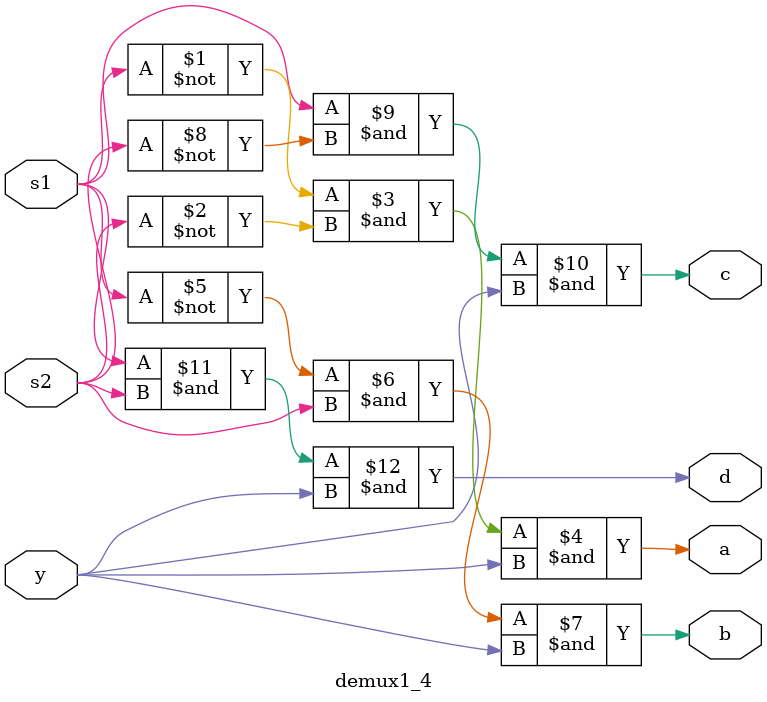
<source format=v>
`timescale 1ns / 1ps


module demux1_4(input y,s1,s2,output a,b,c,d);
assign a=~s1&~s2&y;
assign b=~s1&s2&y;
assign c=s1&~s2&y;
assign d=s1&s2&y;
endmodule

</source>
